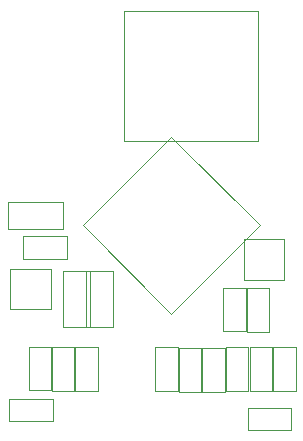
<source format=gbr>
G04 #@! TF.GenerationSoftware,KiCad,Pcbnew,5.0.2-bee76a0~70~ubuntu16.04.1*
G04 #@! TF.CreationDate,2019-03-15T02:00:50+08:00*
G04 #@! TF.ProjectId,OTP-v02,4f54502d-7630-4322-9e6b-696361645f70,v01*
G04 #@! TF.SameCoordinates,Original*
G04 #@! TF.FileFunction,Other,User*
%FSLAX46Y46*%
G04 Gerber Fmt 4.6, Leading zero omitted, Abs format (unit mm)*
G04 Created by KiCad (PCBNEW 5.0.2-bee76a0~70~ubuntu16.04.1) date Friday, 15 March, 2019 02:00:50 AM PST*
%MOMM*%
%LPD*%
G01*
G04 APERTURE LIST*
%ADD10C,0.050000*%
G04 APERTURE END LIST*
D10*
G04 #@! TO.C,C11*
X122700000Y-91725000D02*
X122700000Y-95425000D01*
X120800000Y-91725000D02*
X122700000Y-91725000D01*
X120800000Y-95425000D02*
X120800000Y-91725000D01*
X122700000Y-95425000D02*
X120800000Y-95425000D01*
G04 #@! TO.C,C5*
X124700000Y-95425000D02*
X122800000Y-95425000D01*
X122800000Y-95425000D02*
X122800000Y-91725000D01*
X122800000Y-91725000D02*
X124700000Y-91725000D01*
X124700000Y-91725000D02*
X124700000Y-95425000D01*
G04 #@! TO.C,C1*
X126550000Y-90375000D02*
X126550000Y-86675000D01*
X128450000Y-90375000D02*
X126550000Y-90375000D01*
X128450000Y-86675000D02*
X128450000Y-90375000D01*
X126550000Y-86675000D02*
X128450000Y-86675000D01*
G04 #@! TO.C,C2*
X107625000Y-82300000D02*
X111325000Y-82300000D01*
X107625000Y-84200000D02*
X107625000Y-82300000D01*
X111325000Y-84200000D02*
X107625000Y-84200000D01*
X111325000Y-82300000D02*
X111325000Y-84200000D01*
G04 #@! TO.C,C3*
X126700000Y-95375000D02*
X124800000Y-95375000D01*
X124800000Y-95375000D02*
X124800000Y-91675000D01*
X124800000Y-91675000D02*
X126700000Y-91675000D01*
X126700000Y-91675000D02*
X126700000Y-95375000D01*
G04 #@! TO.C,C4*
X124550000Y-90325000D02*
X124550000Y-86625000D01*
X126450000Y-90325000D02*
X124550000Y-90325000D01*
X126450000Y-86625000D02*
X126450000Y-90325000D01*
X124550000Y-86625000D02*
X126450000Y-86625000D01*
G04 #@! TO.C,C6*
X126625000Y-98700000D02*
X126625000Y-96800000D01*
X126625000Y-96800000D02*
X130325000Y-96800000D01*
X130325000Y-96800000D02*
X130325000Y-98700000D01*
X130325000Y-98700000D02*
X126625000Y-98700000D01*
G04 #@! TO.C,C7*
X111950000Y-91650000D02*
X111950000Y-95350000D01*
X110050000Y-91650000D02*
X111950000Y-91650000D01*
X110050000Y-95350000D02*
X110050000Y-91650000D01*
X111950000Y-95350000D02*
X110050000Y-95350000D01*
G04 #@! TO.C,C9*
X128700000Y-91650000D02*
X128700000Y-95350000D01*
X126800000Y-91650000D02*
X128700000Y-91650000D01*
X126800000Y-95350000D02*
X126800000Y-91650000D01*
X128700000Y-95350000D02*
X126800000Y-95350000D01*
G04 #@! TO.C,C10*
X113950000Y-95350000D02*
X112050000Y-95350000D01*
X112050000Y-95350000D02*
X112050000Y-91650000D01*
X112050000Y-91650000D02*
X113950000Y-91650000D01*
X113950000Y-91650000D02*
X113950000Y-95350000D01*
G04 #@! TO.C,C12*
X130700000Y-95350000D02*
X128800000Y-95350000D01*
X128800000Y-95350000D02*
X128800000Y-91650000D01*
X128800000Y-91650000D02*
X130700000Y-91650000D01*
X130700000Y-91650000D02*
X130700000Y-95350000D01*
G04 #@! TO.C,D1*
X110967973Y-89962500D02*
X110967973Y-85262500D01*
X110967973Y-85262500D02*
X113267973Y-85262500D01*
X113267973Y-85262500D02*
X113267973Y-89962500D01*
X110967973Y-89962500D02*
X113267973Y-89962500D01*
G04 #@! TO.C,D2*
X112967973Y-89962500D02*
X115267973Y-89962500D01*
X115267973Y-85262500D02*
X115267973Y-89962500D01*
X112967973Y-85262500D02*
X115267973Y-85262500D01*
X112967973Y-89962500D02*
X112967973Y-85262500D01*
G04 #@! TO.C,D3*
X106300000Y-79350000D02*
X111000000Y-79350000D01*
X111000000Y-79350000D02*
X111000000Y-81650000D01*
X111000000Y-81650000D02*
X106300000Y-81650000D01*
X106300000Y-79350000D02*
X106300000Y-81650000D01*
G04 #@! TO.C,Q1*
X110000000Y-88450000D02*
X106500000Y-88450000D01*
X110000000Y-85050000D02*
X110000000Y-88450000D01*
X106500000Y-85050000D02*
X110000000Y-85050000D01*
X106500000Y-88450000D02*
X106500000Y-85050000D01*
G04 #@! TO.C,Q2*
X129700000Y-86000000D02*
X126300000Y-86000000D01*
X126300000Y-86000000D02*
X126300000Y-82500000D01*
X126300000Y-82500000D02*
X129700000Y-82500000D01*
X129700000Y-82500000D02*
X129700000Y-86000000D01*
G04 #@! TO.C,R1*
X110125000Y-97950000D02*
X106425000Y-97950000D01*
X110125000Y-96050000D02*
X110125000Y-97950000D01*
X106425000Y-96050000D02*
X110125000Y-96050000D01*
X106425000Y-97950000D02*
X106425000Y-96050000D01*
G04 #@! TO.C,R2*
X109998524Y-95338636D02*
X108098524Y-95338636D01*
X108098524Y-95338636D02*
X108098524Y-91638636D01*
X108098524Y-91638636D02*
X109998524Y-91638636D01*
X109998524Y-91638636D02*
X109998524Y-95338636D01*
G04 #@! TO.C,U1*
X120146268Y-73847992D02*
X112650936Y-81343324D01*
X127641600Y-81343324D02*
X120146268Y-88838656D01*
X120146268Y-73847992D02*
X127641600Y-81343324D01*
X112650936Y-81343324D02*
X120146268Y-88838656D01*
G04 #@! TO.C,U2*
X116200000Y-63175000D02*
X116200000Y-74175000D01*
X127500000Y-63175000D02*
X127500000Y-74175000D01*
X116200000Y-63175000D02*
X127500000Y-63175000D01*
X116200000Y-74175000D02*
X127500000Y-74175000D01*
G04 #@! TO.C,C8*
X120700000Y-95375000D02*
X118800000Y-95375000D01*
X118800000Y-95375000D02*
X118800000Y-91675000D01*
X118800000Y-91675000D02*
X120700000Y-91675000D01*
X120700000Y-91675000D02*
X120700000Y-95375000D01*
G04 #@! TD*
M02*

</source>
